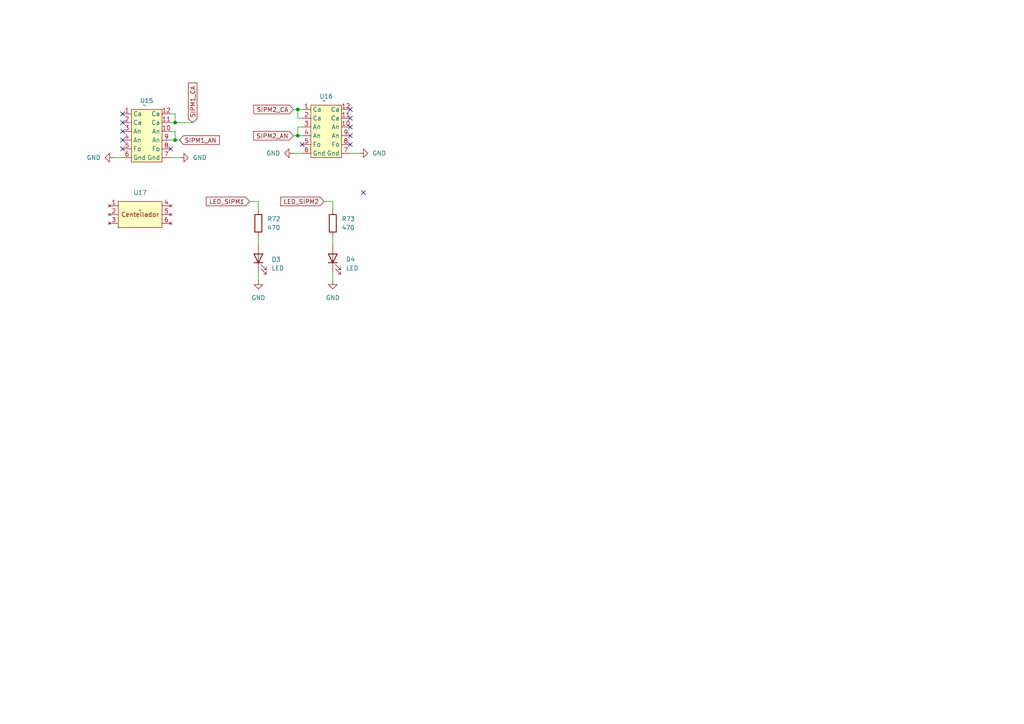
<source format=kicad_sch>
(kicad_sch (version 20230121) (generator eeschema)
  (paper "A4")
  (lib_symbols
    (symbol "0A_Centellador:Centellador_X2"
      (property "Reference" "U" (at 0 3.81 0))
      (symbol "Centellador_X2_1_1"
        (rectangle (start -6.35 2.54) (end 6.35 -5.08) (fill (type background)))
        (text "Centellador" (at 0 -1.27 0) (effects (font (size 1.27 1.27))))
        (pin no_connect line (at -8.89 1.27 0) (length 2.54) (name "") (number "1"))
        (pin no_connect line (at -8.89 -1.27 0) (length 2.54) (name "") (number "2"))
        (pin no_connect line (at -8.89 -3.81 0) (length 2.54) (name "") (number "3"))
        (pin no_connect line (at 8.89 1.27 180) (length 2.54) (name "") (number "4"))
        (pin no_connect line (at 8.89 -1.27 180) (length 2.54) (name "") (number "5"))
        (pin no_connect line (at 8.89 -3.81 180) (length 2.54) (name "") (number "6"))
      )
    )
    (symbol "0A_SiPM_Board:SiPM_Board"
      (property "Reference" "U" (at 0 0 0))
      (symbol "SiPM_Board_1_1"
        (rectangle (start -3.81 -1.27) (end 5.08 -16.51) (fill (type background)))
        (pin input line (at -6.35 -2.54 0) (length 2.54) (name "Ca") (number "1"))
        (pin input line (at 7.62 -7.62 180) (length 2.54) (name "An") (number "10"))
        (pin input line (at 7.62 -5.08 180) (length 2.54) (name "Ca") (number "11"))
        (pin input line (at 7.62 -2.54 180) (length 2.54) (name "Ca") (number "12"))
        (pin input line (at -6.35 -5.08 0) (length 2.54) (name "Ca") (number "2"))
        (pin input line (at -6.35 -7.62 0) (length 2.54) (name "An") (number "3"))
        (pin input line (at -6.35 -10.16 0) (length 2.54) (name "An") (number "4"))
        (pin input line (at -6.35 -12.7 0) (length 2.54) (name "Fo") (number "5"))
        (pin input line (at -6.35 -15.24 0) (length 2.54) (name "Gnd") (number "6"))
        (pin input line (at 7.62 -15.24 180) (length 2.54) (name "Gnd") (number "7"))
        (pin input line (at 7.62 -12.7 180) (length 2.54) (name "Fo") (number "8"))
        (pin input line (at 7.62 -10.16 180) (length 2.54) (name "An") (number "9"))
      )
    )
    (symbol "Device:LED" (pin_numbers hide) (pin_names (offset 1.016) hide)
      (property "Reference" "D" (at 0 2.54 0))
      (property "Value" "LED" (at 0 -2.54 0))
      (symbol "LED_0_1"
        (polyline (pts (xy -1.27 -1.27) (xy -1.27 1.27)) (stroke (width 0.254)))
        (polyline (pts (xy -1.27 0) (xy 1.27 0)))
        (polyline (pts (xy 1.27 -1.27) (xy 1.27 1.27) (xy -1.27 0) (xy 1.27 -1.27)) (stroke (width 0.254)))
        (polyline (pts (xy -3.048 -0.762) (xy -4.572 -2.286) (xy -3.81 -2.286) (xy -4.572 -2.286) (xy -4.572 -1.524)))
        (polyline (pts (xy -1.778 -0.762) (xy -3.302 -2.286) (xy -2.54 -2.286) (xy -3.302 -2.286) (xy -3.302 -1.524)))
      )
      (symbol "LED_1_1"
        (pin passive line (at -3.81 0 0) (length 2.54) (name "K") (number "1"))
        (pin passive line (at 3.81 0 180) (length 2.54) (name "A") (number "2"))
      )
    )
    (symbol "Device:R" (pin_numbers hide) (pin_names (offset 0))
      (property "Reference" "R" (at 2.032 0 90))
      (property "Value" "R" (at 0 0 90))
      (symbol "R_0_1"
        (rectangle (start -1.016 -2.54) (end 1.016 2.54) (stroke (width 0.254)))
      )
      (symbol "R_1_1"
        (pin passive line (at 0 3.81 270) (length 1.27) (name "~") (number "1"))
        (pin passive line (at 0 -3.81 90) (length 1.27) (name "~") (number "2"))
      )
    )
    (symbol "power:GND" (power) (pin_names (offset 0))
      (property "Value" "GND" (at 0 -3.81 0))
      (symbol "GND_0_1"
        (polyline (pts (xy 0 0) (xy 0 -1.27) (xy 1.27 -1.27) (xy 0 -2.54) (xy -1.27 -1.27) (xy 0 -1.27)))
      )
      (symbol "GND_1_1"
        (pin power_in line (at 0 0 270) (length 0) hide (name "GND") (number "1"))
      )
    )
  )
  (junction (at 50.8 40.64))
  (junction (at 86.36 31.75))
  (junction (at 86.36 39.37))
  (junction (at 50.8 35.56))
  (no_connect (at 35.56 43.18))
  (no_connect (at 35.56 40.64))
  (no_connect (at 101.6 34.29))
  (no_connect (at 35.56 35.56))
  (no_connect (at 105.41 55.88))
  (no_connect (at 35.56 33.02))
  (no_connect (at 101.6 31.75))
  (no_connect (at 49.53 43.18))
  (no_connect (at 87.63 41.91))
  (no_connect (at 101.6 36.83))
  (no_connect (at 35.56 38.1))
  (no_connect (at 101.6 41.91))
  (no_connect (at 101.6 39.37))
  (wire (pts (xy 101.6 44.45) (xy 104.14 44.45)))
  (wire (pts (xy 74.93 58.42) (xy 74.93 60.96)))
  (wire (pts (xy 86.36 34.29) (xy 86.36 31.75)))
  (wire (pts (xy 85.09 44.45) (xy 87.63 44.45)))
  (wire (pts (xy 33.02 45.72) (xy 35.56 45.72)))
  (wire (pts (xy 96.52 68.58) (xy 96.52 71.12)))
  (wire (pts (xy 49.53 35.56) (xy 50.8 35.56)))
  (wire (pts (xy 93.98 58.42) (xy 96.52 58.42)))
  (wire (pts (xy 86.36 31.75) (xy 87.63 31.75)))
  (wire (pts (xy 74.93 68.58) (xy 74.93 71.12)))
  (wire (pts (xy 74.93 78.74) (xy 74.93 81.28)))
  (wire (pts (xy 49.53 33.02) (xy 50.8 33.02)))
  (wire (pts (xy 49.53 40.64) (xy 50.8 40.64)))
  (wire (pts (xy 86.36 36.83) (xy 86.36 39.37)))
  (wire (pts (xy 50.8 38.1) (xy 50.8 40.64)))
  (wire (pts (xy 72.39 58.42) (xy 74.93 58.42)))
  (wire (pts (xy 85.09 31.75) (xy 86.36 31.75)))
  (wire (pts (xy 49.53 45.72) (xy 52.07 45.72)))
  (wire (pts (xy 87.63 36.83) (xy 86.36 36.83)))
  (wire (pts (xy 50.8 33.02) (xy 50.8 35.56)))
  (wire (pts (xy 87.63 34.29) (xy 86.36 34.29)))
  (wire (pts (xy 50.8 40.64) (xy 52.07 40.64)))
  (wire (pts (xy 85.09 39.37) (xy 86.36 39.37)))
  (wire (pts (xy 50.8 35.56) (xy 55.88 35.56)))
  (wire (pts (xy 96.52 78.74) (xy 96.52 81.28)))
  (wire (pts (xy 96.52 58.42) (xy 96.52 60.96)))
  (wire (pts (xy 49.53 38.1) (xy 50.8 38.1)))
  (wire (pts (xy 86.36 39.37) (xy 87.63 39.37)))
  (global_label "LED_SIPM2" (shape input) (at 93.98 58.42 180) (property "Intersheetrefs" "${INTERSHEET_REFS}" (effects hide)))
  (global_label "SIPM2_AN" (shape input) (at 85.09 39.37 180) (property "Intersheetrefs" "${INTERSHEET_REFS}" (effects hide)))
  (global_label "SIPM2_CA" (shape input) (at 85.09 31.75 180) (property "Intersheetrefs" "${INTERSHEET_REFS}" (effects hide)))
  (global_label "LED_SIPM1" (shape input) (at 72.39 58.42 180) (property "Intersheetrefs" "${INTERSHEET_REFS}" (effects hide)))
  (global_label "SIPM1_CA" (shape input) (at 55.88 35.56 90) (property "Intersheetrefs" "${INTERSHEET_REFS}" (effects hide)))
  (global_label "SIPM1_AN" (shape input) (at 52.07 40.64 0) (property "Intersheetrefs" "${INTERSHEET_REFS}" (effects hide)))
  (symbol (lib_id "power:GND") (at 85.09 44.45 270) (unit 1)
    (property "Reference" "#PWR080" (effects hide))
    (property "Value" "GND" (at 81.28 44.45 90) (effects (justify right)))
  )
  (symbol (lib_id "Device:LED") (at 96.52 74.93 90) (unit 1)
    (property "Reference" "D4" (at 100.33 75.2475 90) (effects (justify right)))
    (property "Value" "LED" (at 100.33 77.7875 90) (effects (justify right)))
    (property "Footprint" "LED_SMD:LED_0603_1608Metric" (effects hide))
  )
  (symbol (lib_id "power:GND") (at 96.52 81.28 0) (unit 1)
    (property "Reference" "#PWR0114" (effects hide))
    (property "Value" "GND" (at 96.52 86.36 0))
  )
  (symbol (lib_id "power:GND") (at 52.07 45.72 90) (unit 1)
    (property "Reference" "#PWR079" (effects hide))
    (property "Value" "GND" (at 55.88 45.72 90) (effects (justify right)))
  )
  (symbol (lib_id "0A_Centellador:Centellador_X2") (at 40.64 60.96 0) (unit 1)
    (property "Reference" "U17" (at 40.64 55.88 0))
    (property "Value" "~" (at 40.64 60.96 0))
    (property "Footprint" "0A_Centellador:Centellador_X2" (effects hide))
  )
  (symbol (lib_id "power:GND") (at 33.02 45.72 270) (unit 1)
    (property "Reference" "#PWR078" (effects hide))
    (property "Value" "GND" (at 29.21 45.72 90) (effects (justify right)))
  )
  (symbol (lib_id "0A_SiPM_Board:SiPM_Board") (at 41.91 30.48 0) (unit 1)
    (property "Reference" "U15" (at 42.545 29.21 0))
    (property "Value" "~" (at 41.91 30.48 0))
    (property "Footprint" "0A_SiPM_Board:SiPM_Board" (effects hide))
  )
  (symbol (lib_id "Device:LED") (at 74.93 74.93 90) (unit 1)
    (property "Reference" "D3" (at 78.74 75.2475 90) (effects (justify right)))
    (property "Value" "LED" (at 78.74 77.7875 90) (effects (justify right)))
    (property "Footprint" "LED_SMD:LED_0603_1608Metric" (effects hide))
  )
  (symbol (lib_id "Device:R") (at 74.93 64.77 180) (unit 1)
    (property "Reference" "R72" (at 77.47 63.5 0) (effects (justify right)))
    (property "Value" "470" (at 77.47 66.04 0) (effects (justify right)))
    (property "Footprint" "Resistor_SMD:R_0805_2012Metric" (effects hide))
  )
  (symbol (lib_id "Device:R") (at 96.52 64.77 180) (unit 1)
    (property "Reference" "R73" (at 99.06 63.5 0) (effects (justify right)))
    (property "Value" "470" (at 99.06 66.04 0) (effects (justify right)))
    (property "Footprint" "Resistor_SMD:R_0805_2012Metric" (effects hide))
  )
  (symbol (lib_id "power:GND") (at 104.14 44.45 90) (unit 1)
    (property "Reference" "#PWR081" (effects hide))
    (property "Value" "GND" (at 107.95 44.45 90) (effects (justify right)))
  )
  (symbol (lib_id "power:GND") (at 74.93 81.28 0) (unit 1)
    (property "Reference" "#PWR033" (effects hide))
    (property "Value" "GND" (at 74.93 86.36 0))
  )
  (symbol (lib_id "0A_SiPM_Board:SiPM_Board") (at 93.98 29.21 0) (unit 1)
    (property "Reference" "U16" (at 94.615 27.94 0))
    (property "Value" "~" (at 93.98 29.21 0))
    (property "Footprint" "0A_SiPM_Board:SiPM_Board" (effects hide))
  )
)
</source>
